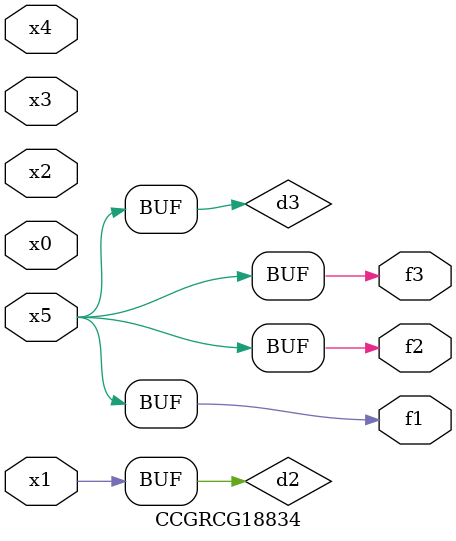
<source format=v>
module CCGRCG18834(
	input x0, x1, x2, x3, x4, x5,
	output f1, f2, f3
);

	wire d1, d2, d3;

	not (d1, x5);
	or (d2, x1);
	xnor (d3, d1);
	assign f1 = d3;
	assign f2 = d3;
	assign f3 = d3;
endmodule

</source>
